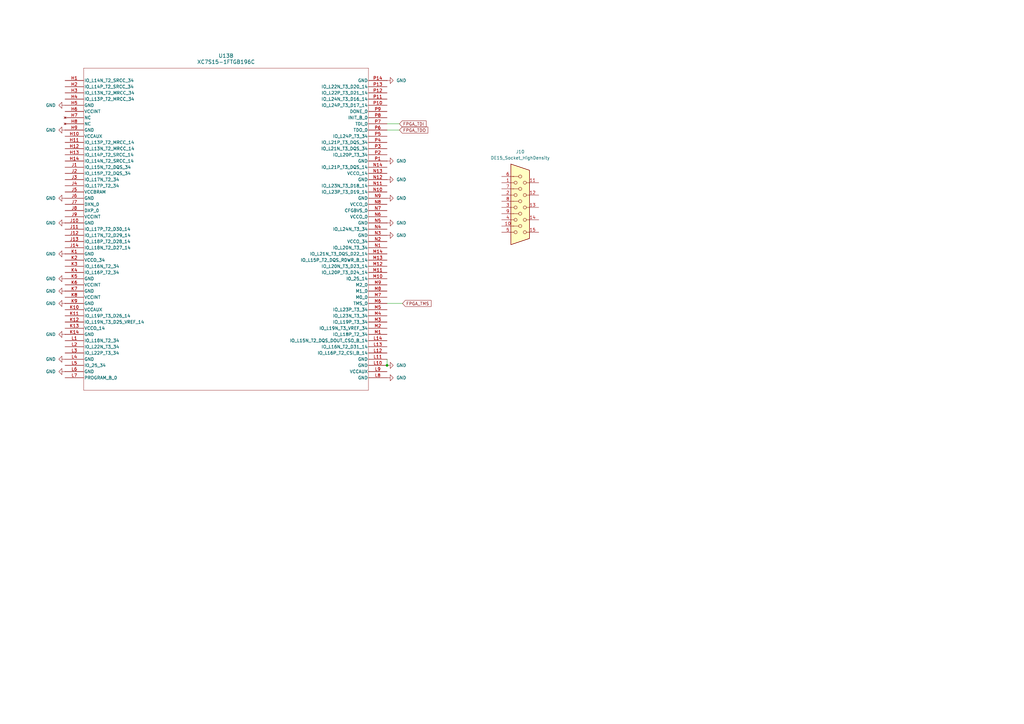
<source format=kicad_sch>
(kicad_sch (version 20250114) (generator "eeschema") (generator_version "9.0")
  (paper "A3")
  (lib_symbols
    (symbol "Connector:DE15_Socket_HighDensity" (pin_names (offset 1.016) (hide yes))
      (property "Reference" "J" (at 0 21.59 0))
      (property "Value" "DE15_Socket_HighDensity" (at 0 19.05 0))
      (symbol "DE15_Socket_HighDensity_0_1"
        (polyline (pts (xy -3.81 17.78) (xy -3.81 -15.24) (xy 3.81 -12.7) (xy 3.81 15.24) (xy -3.81 17.78)) (stroke (width 0.254)) (fill (type background)))
        (polyline (pts (xy -3.175 7.62) (xy -0.635 7.62)))
        (circle (center -1.905 10.16) (radius 0.635))
        (circle (center -1.905 5.08) (radius 0.635))
        (circle (center -1.905 0) (radius 0.635))
        (circle (center -1.905 -5.08) (radius 0.635))
        (circle (center -1.905 -10.16) (radius 0.635))
        (polyline (pts (xy -0.635 12.7) (xy -3.175 12.7)))
        (polyline (pts (xy -0.635 2.54) (xy -3.175 2.54)))
        (polyline (pts (xy -0.635 -2.54) (xy -3.175 -2.54)))
        (polyline (pts (xy -0.635 -7.62) (xy -3.175 -7.62)))
        (circle (center 0 12.7) (radius 0.635))
        (circle (center 0 7.62) (radius 0.635))
        (circle (center 0 2.54) (radius 0.635))
        (circle (center 0 -2.54) (radius 0.635))
        (circle (center 0 -7.62) (radius 0.635))
        (circle (center 1.905 10.16) (radius 0.635))
        (circle (center 1.905 5.08) (radius 0.635))
        (circle (center 1.905 0) (radius 0.635))
        (circle (center 1.905 -5.08) (radius 0.635))
        (circle (center 1.905 -10.16) (radius 0.635))
      )
      (symbol "DE15_Socket_HighDensity_1_1"
        (pin passive line (at -7.62 12.7 0) (length 5.08) (name "~") (number "6"))
        (pin passive line (at -7.62 10.16 0) (length 5.08) (name "~") (number "1"))
        (pin passive line (at -7.62 7.62 0) (length 5.08) (name "~") (number "7"))
        (pin passive line (at -7.62 5.08 0) (length 5.08) (name "~") (number "2"))
        (pin passive line (at -7.62 2.54 0) (length 5.08) (name "~") (number "8"))
        (pin passive line (at -7.62 0 0) (length 5.08) (name "~") (number "3"))
        (pin passive line (at -7.62 -2.54 0) (length 5.08) (name "~") (number "9"))
        (pin passive line (at -7.62 -5.08 0) (length 5.08) (name "~") (number "4"))
        (pin passive line (at -7.62 -7.62 0) (length 5.08) (name "~") (number "10"))
        (pin passive line (at -7.62 -10.16 0) (length 5.08) (name "~") (number "5"))
        (pin passive line (at 7.62 10.16 180) (length 5.08) (name "~") (number "11"))
        (pin passive line (at 7.62 5.08 180) (length 5.08) (name "~") (number "12"))
        (pin passive line (at 7.62 0 180) (length 5.08) (name "~") (number "13"))
        (pin passive line (at 7.62 -5.08 180) (length 5.08) (name "~") (number "14"))
        (pin passive line (at 7.62 -10.16 180) (length 5.08) (name "~") (number "15"))
      )
    )
    (symbol "FPGA&MCU:XC7S15-1FTGB196C" (pin_names (offset 0.254))
      (property "Reference" "U" (at 58.42 10.16 0))
      (property "Value" "XC7S15-1FTGB196C" (at 58.42 7.62 0))
      (symbol "XC7S15-1FTGB196C_1_1"
        (polyline (pts (xy 7.62 5.08) (xy 7.62 -127)) (stroke (width 0.127)))
        (polyline (pts (xy 7.62 -127) (xy 109.22 -127)) (stroke (width 0.127)))
        (polyline (pts (xy 109.22 5.08) (xy 7.62 5.08)) (stroke (width 0.127)))
        (polyline (pts (xy 109.22 -127) (xy 109.22 5.08)) (stroke (width 0.127)))
        (pin power_out line (at 0 0 0) (length 7.62) (name "GND") (number "A1"))
        (pin bidirectional line (at 0 -2.54 0) (length 7.62) (name "IO_L3N_T0_DQS_34") (number "A2"))
        (pin bidirectional line (at 0 -5.08 0) (length 7.62) (name "IO_L2N_T0_34") (number "A3"))
        (pin bidirectional line (at 0 -7.62 0) (length 7.62) (name "IO_L2P_T0_34") (number "A4"))
        (pin bidirectional line (at 0 -10.16 0) (length 7.62) (name "IO_L4N_T0_34") (number "A5"))
        (pin power_out line (at 0 -12.7 0) (length 7.62) (name "GND") (number "A6"))
        (pin input line (at 0 -15.24 0) (length 7.62) (name "TCK_0") (number "A7"))
        (pin bidirectional line (at 0 -17.78 0) (length 7.62) (name "CCLK_0") (number "A8"))
        (pin power_out line (at 0 -20.32 0) (length 7.62) (name "GND") (number "A9"))
        (pin bidirectional line (at 0 -22.86 0) (length 7.62) (name "IO_L3N_T0_DQS_EMCCLK_14") (number "A10"))
        (pin power_out line (at 0 -25.4 0) (length 7.62) (name "GND") (number "A11"))
        (pin bidirectional line (at 0 -27.94 0) (length 7.62) (name "IO_L4P_T0_D04_14") (number "A12"))
        (pin bidirectional line (at 0 -30.48 0) (length 7.62) (name "IO_L4N_T0_D05_14") (number "A13"))
        (pin power_out line (at 0 -33.02 0) (length 7.62) (name "GND") (number "A14"))
        (pin bidirectional line (at 0 -35.56 0) (length 7.62) (name "IO_L5N_T0_34") (number "B1"))
        (pin bidirectional line (at 0 -38.1 0) (length 7.62) (name "IO_L5P_T0_34") (number "B2"))
        (pin bidirectional line (at 0 -40.64 0) (length 7.62) (name "IO_L3P_T0_DQS_34") (number "B3"))
        (pin power_out line (at 0 -43.18 0) (length 7.62) (name "GND") (number "B4"))
        (pin bidirectional line (at 0 -45.72 0) (length 7.62) (name "IO_L4P_T0_34") (number "B5"))
        (pin bidirectional line (at 0 -48.26 0) (length 7.62) (name "IO_0_34") (number "B6"))
        (pin power_out line (at 0 -50.8 0) (length 7.62) (name "GND") (number "B7"))
        (pin no_connect line (at 0 -53.34 0) (length 7.62) (name "NC") (number "B8"))
        (pin power_out line (at 0 -55.88 0) (length 7.62) (name "GND") (number "B9"))
        (pin bidirectional line (at 0 -58.42 0) (length 7.62) (name "IO_L3P_T0_DQS_PUDC_B_14") (number "B10"))
        (pin bidirectional line (at 0 -60.96 0) (length 7.62) (name "IO_L1P_T0_D00_MOSI_14") (number "B11"))
        (pin bidirectional line (at 0 -63.5 0) (length 7.62) (name "IO_L1N_T0_D01_DIN_14") (number "B12"))
        (pin bidirectional line (at 0 -66.04 0) (length 7.62) (name "IO_L5P_T0_D06_14") (number "B13"))
        (pin bidirectional line (at 0 -68.58 0) (length 7.62) (name "IO_L5N_T0_D07_14") (number "B14"))
        (pin bidirectional line (at 0 -71.12 0) (length 7.62) (name "IO_L11N_T1_SRCC_34") (number "C1"))
        (pin power_out line (at 0 -73.66 0) (length 7.62) (name "GND") (number "C2"))
        (pin bidirectional line (at 0 -76.2 0) (length 7.62) (name "IO_L1N_T0_34") (number "C3"))
        (pin bidirectional line (at 0 -78.74 0) (length 7.62) (name "IO_L6N_T0_VREF_34") (number "C4"))
        (pin bidirectional line (at 0 -81.28 0) (length 7.62) (name "IO_L6P_T0_34") (number "C5"))
        (pin power_out line (at 0 -83.82 0) (length 7.62) (name "GND") (number "C6"))
        (pin power_out line (at 0 -86.36 0) (length 7.62) (name "GND") (number "C7"))
        (pin power_out line (at 0 -88.9 0) (length 7.62) (name "GND") (number "C8"))
        (pin power_out line (at 0 -91.44 0) (length 7.62) (name "GND") (number "C9"))
        (pin bidirectional line (at 0 -93.98 0) (length 7.62) (name "IO_L2N_T0_D03_14") (number "C10"))
        (pin bidirectional line (at 0 -96.52 0) (length 7.62) (name "IO_L6P_T0_FCS_B_14") (number "C11"))
        (pin bidirectional line (at 0 -99.06 0) (length 7.62) (name "IO_L6N_T0_D08_VREF_14") (number "C12"))
        (pin power_out line (at 0 -101.6 0) (length 7.62) (name "GND") (number "C13"))
        (pin bidirectional line (at 0 -104.14 0) (length 7.62) (name "IO_L11N_T1_SRCC_14") (number "C14"))
        (pin bidirectional line (at 0 -106.68 0) (length 7.62) (name "IO_L11P_T1_SRCC_34") (number "D1"))
        (pin bidirectional line (at 0 -109.22 0) (length 7.62) (name "IO_L10N_T1_34") (number "D2"))
        (pin bidirectional line (at 0 -111.76 0) (length 7.62) (name "IO_L1P_T0_34") (number "D3"))
        (pin bidirectional line (at 0 -114.3 0) (length 7.62) (name "IO_L7N_T1_34") (number "D4"))
        (pin power_out line (at 0 -116.84 0) (length 7.62) (name "GND") (number "D5"))
        (pin power_in line (at 0 -119.38 0) (length 7.62) (name "VCCINT") (number "D6"))
        (pin power_out line (at 0 -121.92 0) (length 7.62) (name "GND") (number "D7"))
        (pin bidirectional line (at 116.84 0 180) (length 7.62) (name "IO_L9P_T1_DQS_14") (number "G14"))
        (pin power_in line (at 116.84 -2.54 180) (length 7.62) (name "VCCO_14") (number "G13"))
        (pin power_out line (at 116.84 -5.08 180) (length 7.62) (name "GND") (number "G12"))
        (pin bidirectional line (at 116.84 -7.62 180) (length 7.62) (name "IO_L12P_T1_MRCC_14") (number "G11"))
        (pin power_out line (at 116.84 -10.16 180) (length 7.62) (name "GND") (number "G10"))
        (pin power_in line (at 116.84 -12.7 180) (length 7.62) (name "VCCINT") (number "G9"))
        (pin no_connect line (at 116.84 -15.24 180) (length 7.62) (name "NC") (number "G8"))
        (pin no_connect line (at 116.84 -17.78 180) (length 7.62) (name "NC") (number "G7"))
        (pin power_out line (at 116.84 -20.32 180) (length 7.62) (name "GND") (number "G6"))
        (pin power_in line (at 116.84 -22.86 180) (length 7.62) (name "VCCBRAM") (number "G5"))
        (pin bidirectional line (at 116.84 -25.4 180) (length 7.62) (name "IO_L12P_T1_MRCC_34") (number "G4"))
        (pin power_out line (at 116.84 -27.94 180) (length 7.62) (name "GND") (number "G3"))
        (pin power_in line (at 116.84 -30.48 180) (length 7.62) (name "VCCO_34") (number "G2"))
        (pin bidirectional line (at 116.84 -33.02 180) (length 7.62) (name "IO_L9P_T1_DQS_34") (number "G1"))
        (pin bidirectional line (at 116.84 -35.56 180) (length 7.62) (name "IO_L9N_T1_DQS_D13_14") (number "F14"))
        (pin bidirectional line (at 116.84 -38.1 180) (length 7.62) (name "IO_L10P_T1_D14_14") (number "F13"))
        (pin bidirectional line (at 116.84 -40.64 180) (length 7.62) (name "IO_L7P_T1_D09_14") (number "F12"))
        (pin bidirectional line (at 116.84 -43.18 180) (length 7.62) (name "IO_L12N_T1_MRCC_14") (number "F11"))
        (pin power_in line (at 116.84 -45.72 180) (length 7.62) (name "VCCAUX") (number "F10"))
        (pin power_out line (at 116.84 -48.26 180) (length 7.62) (name "GND") (number "F9"))
        (pin no_connect line (at 116.84 -50.8 180) (length 7.62) (name "NC") (number "F8"))
        (pin no_connect line (at 116.84 -53.34 180) (length 7.62) (name "NC") (number "F7"))
        (pin power_in line (at 116.84 -55.88 180) (length 7.62) (name "VCCINT") (number "F6"))
        (pin power_out line (at 116.84 -58.42 180) (length 7.62) (name "GND") (number "F5"))
        (pin bidirectional line (at 116.84 -60.96 180) (length 7.62) (name "IO_L12N_T1_MRCC_34") (number "F4"))
        (pin bidirectional line (at 116.84 -63.5 180) (length 7.62) (name "IO_L8P_T1_34") (number "F3"))
        (pin bidirectional line (at 116.84 -66.04 180) (length 7.62) (name "IO_L8N_T1_34") (number "F2"))
        (pin bidirectional line (at 116.84 -68.58 180) (length 7.62) (name "IO_L9N_T1_DQS_34") (number "F1"))
        (pin power_out line (at 116.84 -71.12 180) (length 7.62) (name "GND") (number "E14"))
        (pin bidirectional line (at 116.84 -73.66 180) (length 7.62) (name "IO_L10N_T1_D15_14") (number "E13"))
        (pin bidirectional line (at 116.84 -76.2 180) (length 7.62) (name "IO_L7N_T1_D10_14") (number "E12"))
        (pin bidirectional line (at 116.84 -78.74 180) (length 7.62) (name "IO_0_14") (number "E11"))
        (pin power_out line (at 116.84 -81.28 180) (length 7.62) (name "GND") (number "E10"))
        (pin power_in line (at 116.84 -83.82 180) (length 7.62) (name "VCCINT") (number "E9"))
        (pin power_out line (at 116.84 -86.36 180) (length 7.62) (name "GND") (number "E8"))
        (pin power_in line (at 116.84 -88.9 180) (length 7.62) (name "VCCINT") (number "E7"))
        (pin power_out line (at 116.84 -91.44 180) (length 7.62) (name "GND") (number "E6"))
        (pin power_in line (at 116.84 -93.98 180) (length 7.62) (name "VCCBRAM") (number "E5"))
        (pin bidirectional line (at 116.84 -96.52 180) (length 7.62) (name "IO_L7P_T1_34") (number "E4"))
        (pin power_out line (at 116.84 -99.06 180) (length 7.62) (name "GND") (number "E3"))
        (pin bidirectional line (at 116.84 -101.6 180) (length 7.62) (name "IO_L10P_T1_34") (number "E2"))
        (pin power_out line (at 116.84 -104.14 180) (length 7.62) (name "GND") (number "E1"))
        (pin bidirectional line (at 116.84 -106.68 180) (length 7.62) (name "IO_L11P_T1_SRCC_14") (number "D14"))
        (pin bidirectional line (at 116.84 -109.22 180) (length 7.62) (name "IO_L8N_T1_D12_14") (number "D13"))
        (pin bidirectional line (at 116.84 -111.76 180) (length 7.62) (name "IO_L8P_T1_D11_14") (number "D12"))
        (pin power_out line (at 116.84 -114.3 180) (length 7.62) (name "GND") (number "D11"))
        (pin bidirectional line (at 116.84 -116.84 180) (length 7.62) (name "IO_L2P_T0_D02_14") (number "D10"))
        (pin power_out line (at 116.84 -119.38 180) (length 7.62) (name "GND") (number "D9"))
        (pin power_in line (at 116.84 -121.92 180) (length 7.62) (name "VCCINT") (number "D8"))
      )
      (symbol "XC7S15-1FTGB196C_2_1"
        (polyline (pts (xy 7.62 5.08) (xy 7.62 -127)) (stroke (width 0.127)))
        (polyline (pts (xy 7.62 -127) (xy 124.46 -127)) (stroke (width 0.127)))
        (polyline (pts (xy 124.46 5.08) (xy 7.62 5.08)) (stroke (width 0.127)))
        (polyline (pts (xy 124.46 -127) (xy 124.46 5.08)) (stroke (width 0.127)))
        (pin bidirectional line (at 0 0 0) (length 7.62) (name "IO_L14N_T2_SRCC_34") (number "H1"))
        (pin bidirectional line (at 0 -2.54 0) (length 7.62) (name "IO_L14P_T2_SRCC_34") (number "H2"))
        (pin bidirectional line (at 0 -5.08 0) (length 7.62) (name "IO_L13N_T2_MRCC_34") (number "H3"))
        (pin bidirectional line (at 0 -7.62 0) (length 7.62) (name "IO_L13P_T2_MRCC_34") (number "H4"))
        (pin power_out line (at 0 -10.16 0) (length 7.62) (name "GND") (number "H5"))
        (pin power_in line (at 0 -12.7 0) (length 7.62) (name "VCCINT") (number "H6"))
        (pin no_connect line (at 0 -15.24 0) (length 7.62) (name "NC") (number "H7"))
        (pin no_connect line (at 0 -17.78 0) (length 7.62) (name "NC") (number "H8"))
        (pin power_out line (at 0 -20.32 0) (length 7.62) (name "GND") (number "H9"))
        (pin power_in line (at 0 -22.86 0) (length 7.62) (name "VCCAUX") (number "H10"))
        (pin bidirectional line (at 0 -25.4 0) (length 7.62) (name "IO_L13P_T2_MRCC_14") (number "H11"))
        (pin bidirectional line (at 0 -27.94 0) (length 7.62) (name "IO_L13N_T2_MRCC_14") (number "H12"))
        (pin bidirectional line (at 0 -30.48 0) (length 7.62) (name "IO_L14P_T2_SRCC_14") (number "H13"))
        (pin bidirectional line (at 0 -33.02 0) (length 7.62) (name "IO_L14N_T2_SRCC_14") (number "H14"))
        (pin bidirectional line (at 0 -35.56 0) (length 7.62) (name "IO_L15N_T2_DQS_34") (number "J1"))
        (pin bidirectional line (at 0 -38.1 0) (length 7.62) (name "IO_L15P_T2_DQS_34") (number "J2"))
        (pin bidirectional line (at 0 -40.64 0) (length 7.62) (name "IO_L17N_T2_34") (number "J3"))
        (pin bidirectional line (at 0 -43.18 0) (length 7.62) (name "IO_L17P_T2_34") (number "J4"))
        (pin power_in line (at 0 -45.72 0) (length 7.62) (name "VCCBRAM") (number "J5"))
        (pin power_out line (at 0 -48.26 0) (length 7.62) (name "GND") (number "J6"))
        (pin unspecified line (at 0 -50.8 0) (length 7.62) (name "DXN_0") (number "J7"))
        (pin unspecified line (at 0 -53.34 0) (length 7.62) (name "DXP_0") (number "J8"))
        (pin power_in line (at 0 -55.88 0) (length 7.62) (name "VCCINT") (number "J9"))
        (pin power_out line (at 0 -58.42 0) (length 7.62) (name "GND") (number "J10"))
        (pin bidirectional line (at 0 -60.96 0) (length 7.62) (name "IO_L17P_T2_D30_14") (number "J11"))
        (pin bidirectional line (at 0 -63.5 0) (length 7.62) (name "IO_L17N_T2_D29_14") (number "J12"))
        (pin bidirectional line (at 0 -66.04 0) (length 7.62) (name "IO_L18P_T2_D28_14") (number "J13"))
        (pin bidirectional line (at 0 -68.58 0) (length 7.62) (name "IO_L18N_T2_D27_14") (number "J14"))
        (pin power_out line (at 0 -71.12 0) (length 7.62) (name "GND") (number "K1"))
        (pin power_in line (at 0 -73.66 0) (length 7.62) (name "VCCO_34") (number "K2"))
        (pin bidirectional line (at 0 -76.2 0) (length 7.62) (name "IO_L16N_T2_34") (number "K3"))
        (pin bidirectional line (at 0 -78.74 0) (length 7.62) (name "IO_L16P_T2_34") (number "K4"))
        (pin power_out line (at 0 -81.28 0) (length 7.62) (name "GND") (number "K5"))
        (pin power_in line (at 0 -83.82 0) (length 7.62) (name "VCCINT") (number "K6"))
        (pin power_out line (at 0 -86.36 0) (length 7.62) (name "GND") (number "K7"))
        (pin power_in line (at 0 -88.9 0) (length 7.62) (name "VCCINT") (number "K8"))
        (pin power_out line (at 0 -91.44 0) (length 7.62) (name "GND") (number "K9"))
        (pin power_in line (at 0 -93.98 0) (length 7.62) (name "VCCAUX") (number "K10"))
        (pin bidirectional line (at 0 -96.52 0) (length 7.62) (name "IO_L19P_T3_D26_14") (number "K11"))
        (pin bidirectional line (at 0 -99.06 0) (length 7.62) (name "IO_L19N_T3_D25_VREF_14") (number "K12"))
        (pin power_in line (at 0 -101.6 0) (length 7.62) (name "VCCO_14") (number "K13"))
        (pin power_out line (at 0 -104.14 0) (length 7.62) (name "GND") (number "K14"))
        (pin bidirectional line (at 0 -106.68 0) (length 7.62) (name "IO_L18N_T2_34") (number "L1"))
        (pin bidirectional line (at 0 -109.22 0) (length 7.62) (name "IO_L22N_T3_34") (number "L2"))
        (pin bidirectional line (at 0 -111.76 0) (length 7.62) (name "IO_L22P_T3_34") (number "L3"))
        (pin power_out line (at 0 -114.3 0) (length 7.62) (name "GND") (number "L4"))
        (pin bidirectional line (at 0 -116.84 0) (length 7.62) (name "IO_25_34") (number "L5"))
        (pin power_out line (at 0 -119.38 0) (length 7.62) (name "GND") (number "L6"))
        (pin input line (at 0 -121.92 0) (length 7.62) (name "PROGRAM_B_0") (number "L7"))
        (pin power_out line (at 132.08 0 180) (length 7.62) (name "GND") (number "P14"))
        (pin bidirectional line (at 132.08 -2.54 180) (length 7.62) (name "IO_L22N_T3_D20_14") (number "P13"))
        (pin bidirectional line (at 132.08 -5.08 180) (length 7.62) (name "IO_L22P_T3_D21_14") (number "P12"))
        (pin bidirectional line (at 132.08 -7.62 180) (length 7.62) (name "IO_L24N_T3_D16_14") (number "P11"))
        (pin bidirectional line (at 132.08 -10.16 180) (length 7.62) (name "IO_L24P_T3_D17_14") (number "P10"))
        (pin bidirectional line (at 132.08 -12.7 180) (length 7.62) (name "DONE_0") (number "P9"))
        (pin bidirectional line (at 132.08 -15.24 180) (length 7.62) (name "INIT_B_0") (number "P8"))
        (pin input line (at 132.08 -17.78 180) (length 7.62) (name "TDI_0") (number "P7"))
        (pin output line (at 132.08 -20.32 180) (length 7.62) (name "TDO_0") (number "P6"))
        (pin bidirectional line (at 132.08 -22.86 180) (length 7.62) (name "IO_L24P_T3_34") (number "P5"))
        (pin bidirectional line (at 132.08 -25.4 180) (length 7.62) (name "IO_L21P_T3_DQS_34") (number "P4"))
        (pin bidirectional line (at 132.08 -27.94 180) (length 7.62) (name "IO_L21N_T3_DQS_34") (number "P3"))
        (pin bidirectional line (at 132.08 -30.48 180) (length 7.62) (name "IO_L20P_T3_34") (number "P2"))
        (pin power_out line (at 132.08 -33.02 180) (length 7.62) (name "GND") (number "P1"))
        (pin bidirectional line (at 132.08 -35.56 180) (length 7.62) (name "IO_L21P_T3_DQS_14") (number "N14"))
        (pin power_in line (at 132.08 -38.1 180) (length 7.62) (name "VCCO_14") (number "N13"))
        (pin power_out line (at 132.08 -40.64 180) (length 7.62) (name "GND") (number "N12"))
        (pin bidirectional line (at 132.08 -43.18 180) (length 7.62) (name "IO_L23N_T3_D18_14") (number "N11"))
        (pin bidirectional line (at 132.08 -45.72 180) (length 7.62) (name "IO_L23P_T3_D19_14") (number "N10"))
        (pin power_out line (at 132.08 -48.26 180) (length 7.62) (name "GND") (number "N9"))
        (pin power_in line (at 132.08 -50.8 180) (length 7.62) (name "VCCO_0") (number "N8"))
        (pin input line (at 132.08 -53.34 180) (length 7.62) (name "CFGBVS_0") (number "N7"))
        (pin power_in line (at 132.08 -55.88 180) (length 7.62) (name "VCCO_0") (number "N6"))
        (pin power_out line (at 132.08 -58.42 180) (length 7.62) (name "GND") (number "N5"))
        (pin bidirectional line (at 132.08 -60.96 180) (length 7.62) (name "IO_L24N_T3_34") (number "N4"))
        (pin power_out line (at 132.08 -63.5 180) (length 7.62) (name "GND") (number "N3"))
        (pin power_in line (at 132.08 -66.04 180) (length 7.62) (name "VCCO_34") (number "N2"))
        (pin bidirectional line (at 132.08 -68.58 180) (length 7.62) (name "IO_L20N_T3_34") (number "N1"))
        (pin bidirectional line (at 132.08 -71.12 180) (length 7.62) (name "IO_L21N_T3_DQS_D22_14") (number "M14"))
        (pin bidirectional line (at 132.08 -73.66 180) (length 7.62) (name "IO_L15P_T2_DQS_RDWR_B_14") (number "M13"))
        (pin bidirectional line (at 132.08 -76.2 180) (length 7.62) (name "IO_L20N_T3_D23_14") (number "M12"))
        (pin bidirectional line (at 132.08 -78.74 180) (length 7.62) (name "IO_L20P_T3_D24_14") (number "M11"))
        (pin bidirectional line (at 132.08 -81.28 180) (length 7.62) (name "IO_25_14") (number "M10"))
        (pin input line (at 132.08 -83.82 180) (length 7.62) (name "M2_0") (number "M9"))
        (pin input line (at 132.08 -86.36 180) (length 7.62) (name "M1_0") (number "M8"))
        (pin input line (at 132.08 -88.9 180) (length 7.62) (name "M0_0") (number "M7"))
        (pin input line (at 132.08 -91.44 180) (length 7.62) (name "TMS_0") (number "M6"))
        (pin bidirectional line (at 132.08 -93.98 180) (length 7.62) (name "IO_L23P_T3_34") (number "M5"))
        (pin bidirectional line (at 132.08 -96.52 180) (length 7.62) (name "IO_L23N_T3_34") (number "M4"))
        (pin bidirectional line (at 132.08 -99.06 180) (length 7.62) (name "IO_L19P_T3_34") (number "M3"))
        (pin bidirectional line (at 132.08 -101.6 180) (length 7.62) (name "IO_L19N_T3_VREF_34") (number "M2"))
        (pin bidirectional line (at 132.08 -104.14 180) (length 7.62) (name "IO_L18P_T2_34") (number "M1"))
        (pin bidirectional line (at 132.08 -106.68 180) (length 7.62) (name "IO_L15N_T2_DQS_DOUT_CSO_B_14") (number "L14"))
        (pin bidirectional line (at 132.08 -109.22 180) (length 7.62) (name "IO_L16N_T2_D31_14") (number "L13"))
        (pin bidirectional line (at 132.08 -111.76 180) (length 7.62) (name "IO_L16P_T2_CSI_B_14") (number "L12"))
        (pin power_out line (at 132.08 -114.3 180) (length 7.62) (name "GND") (number "L11"))
        (pin power_out line (at 132.08 -116.84 180) (length 7.62) (name "GND") (number "L10"))
        (pin power_in line (at 132.08 -119.38 180) (length 7.62) (name "VCCAUX") (number "L9"))
        (pin power_out line (at 132.08 -121.92 180) (length 7.62) (name "GND") (number "L8"))
      )
    )
    (symbol "power:GND" (power) (pin_numbers (hide yes)) (pin_names (offset 0) (hide yes))
      (property "Value" "GND" (at 0 -3.81 0))
      (symbol "GND_0_1"
        (polyline (pts (xy 0 0) (xy 0 -1.27) (xy 1.27 -1.27) (xy 0 -2.54) (xy -1.27 -1.27) (xy 0 -1.27)))
      )
      (symbol "GND_1_1"
        (pin power_in line (at 0 0 270) (length 0) (name "~") (number "1"))
      )
    )
  )
  (junction (at 158.75 149.86))
  (wire (pts (xy 158.75 147.32) (xy 158.75 149.86)))
  (wire (pts (xy 158.75 50.8) (xy 163.83 50.8)))
  (wire (pts (xy 158.75 53.34) (xy 163.83 53.34)))
  (wire (pts (xy 158.75 124.46) (xy 165.1 124.46)))
  (global_label "FPGA_TMS" (shape input) (at 165.1 124.46 0) (property "Intersheetrefs" "${INTERSHEET_REFS}" (effects (hide yes))))
  (global_label "FPGA_TDI" (shape input) (at 163.83 50.8 0) (property "Intersheetrefs" "${INTERSHEET_REFS}" (effects (hide yes))))
  (global_label "FPGA_TDO" (shape input) (at 163.83 53.34 0) (property "Intersheetrefs" "${INTERSHEET_REFS}" (effects (hide yes))))
  (symbol (lib_id "power:GND") (at 158.75 66.04 90) (unit 1)
    (property "Reference" "#PWR065" (effects (hide yes)))
    (property "Value" "GND" (at 162.56 66.0399 90) (effects (justify right)))
    (property "Description" "Power symbol creates a global label with name \"GND\" , ground" (effects (hide yes)))
  )
  (symbol (lib_id "power:GND") (at 26.67 137.16 270) (unit 1)
    (property "Reference" "#PWR056" (effects (hide yes)))
    (property "Value" "GND" (at 22.86 137.1599 90) (effects (justify right)))
    (property "Description" "Power symbol creates a global label with name \"GND\" , ground" (effects (hide yes)))
  )
  (symbol (lib_id "power:GND") (at 26.67 53.34 270) (unit 1)
    (property "Reference" "#PWR049" (effects (hide yes)))
    (property "Value" "GND" (at 22.86 53.3399 90) (effects (justify right)))
    (property "Description" "Power symbol creates a global label with name \"GND\" , ground" (effects (hide yes)))
  )
  (symbol (lib_id "power:GND") (at 26.67 91.44 270) (unit 1)
    (property "Reference" "#PWR051" (effects (hide yes)))
    (property "Value" "GND" (at 22.86 91.4399 90) (effects (justify right)))
    (property "Description" "Power symbol creates a global label with name \"GND\" , ground" (effects (hide yes)))
  )
  (symbol (lib_id "power:GND") (at 158.75 154.94 90) (unit 1)
    (property "Reference" "#PWR060" (effects (hide yes)))
    (property "Value" "GND" (at 162.56 154.9399 90) (effects (justify right)))
    (property "Description" "Power symbol creates a global label with name \"GND\" , ground" (effects (hide yes)))
  )
  (symbol (lib_id "power:GND") (at 26.67 124.46 270) (unit 1)
    (property "Reference" "#PWR054" (effects (hide yes)))
    (property "Value" "GND" (at 22.86 124.4599 90) (effects (justify right)))
    (property "Description" "Power symbol creates a global label with name \"GND\" , ground" (effects (hide yes)))
  )
  (symbol (lib_id "power:GND") (at 26.67 119.38 270) (unit 1)
    (property "Reference" "#PWR055" (effects (hide yes)))
    (property "Value" "GND" (at 22.86 119.3799 90) (effects (justify right)))
    (property "Description" "Power symbol creates a global label with name \"GND\" , ground" (effects (hide yes)))
  )
  (symbol (lib_id "power:GND") (at 26.67 152.4 270) (unit 1)
    (property "Reference" "#PWR058" (effects (hide yes)))
    (property "Value" "GND" (at 22.86 152.3999 90) (effects (justify right)))
    (property "Description" "Power symbol creates a global label with name \"GND\" , ground" (effects (hide yes)))
  )
  (symbol (lib_id "FPGA&MCU:XC7S15-1FTGB196C") (at 26.67 33.02 0) (unit 2)
    (property "Reference" "U13" (at 92.71 22.86 0) (effects (font (size 1.524 1.524))))
    (property "Value" "XC7S15-1FTGB196C" (at 92.71 25.4 0) (effects (font (size 1.524 1.524))))
    (property "Footprint" "FPGA&MCU:XC7S15_FTGB196_AMD" (effects (hide yes)))
    (property "Datasheet" "XC7S15-1FTGB196C" (effects (hide yes)))
  )
  (symbol (lib_id "power:GND") (at 158.75 33.02 90) (unit 1)
    (property "Reference" "#PWR066" (effects (hide yes)))
    (property "Value" "GND" (at 162.56 33.0199 90) (effects (justify right)))
    (property "Description" "Power symbol creates a global label with name \"GND\" , ground" (effects (hide yes)))
  )
  (symbol (lib_id "power:GND") (at 26.67 81.28 270) (unit 1)
    (property "Reference" "#PWR050" (effects (hide yes)))
    (property "Value" "GND" (at 22.86 81.2799 90) (effects (justify right)))
    (property "Description" "Power symbol creates a global label with name \"GND\" , ground" (effects (hide yes)))
  )
  (symbol (lib_id "power:GND") (at 26.67 104.14 270) (unit 1)
    (property "Reference" "#PWR052" (effects (hide yes)))
    (property "Value" "GND" (at 22.86 104.1399 90) (effects (justify right)))
    (property "Description" "Power symbol creates a global label with name \"GND\" , ground" (effects (hide yes)))
  )
  (symbol (lib_id "power:GND") (at 158.75 149.86 90) (unit 1)
    (property "Reference" "#PWR059" (effects (hide yes)))
    (property "Value" "GND" (at 162.56 149.8599 90) (effects (justify right)))
    (property "Description" "Power symbol creates a global label with name \"GND\" , ground" (effects (hide yes)))
  )
  (symbol (lib_id "power:GND") (at 158.75 96.52 90) (unit 1)
    (property "Reference" "#PWR061" (effects (hide yes)))
    (property "Value" "GND" (at 162.56 96.5199 90) (effects (justify right)))
    (property "Description" "Power symbol creates a global label with name \"GND\" , ground" (effects (hide yes)))
  )
  (symbol (lib_id "power:GND") (at 158.75 81.28 90) (unit 1)
    (property "Reference" "#PWR063" (effects (hide yes)))
    (property "Value" "GND" (at 162.56 81.2799 90) (effects (justify right)))
    (property "Description" "Power symbol creates a global label with name \"GND\" , ground" (effects (hide yes)))
  )
  (symbol (lib_id "power:GND") (at 26.67 147.32 270) (unit 1)
    (property "Reference" "#PWR057" (effects (hide yes)))
    (property "Value" "GND" (at 22.86 147.3199 90) (effects (justify right)))
    (property "Description" "Power symbol creates a global label with name \"GND\" , ground" (effects (hide yes)))
  )
  (symbol (lib_id "Connector:DE15_Socket_HighDensity") (at 213.36 85.09 0) (unit 1)
    (property "Reference" "J10" (at 213.36 62.23 0))
    (property "Value" "DE15_Socket_HighDensity" (at 213.36 64.77 0))
    (property "Description" "15-pin D-SUB connector, socket (female), High density (3 columns), Triple Row, Generic, VGA-connector" (effects (hide yes)))
  )
  (symbol (lib_id "power:GND") (at 158.75 91.44 90) (unit 1)
    (property "Reference" "#PWR062" (effects (hide yes)))
    (property "Value" "GND" (at 162.56 91.4399 90) (effects (justify right)))
    (property "Description" "Power symbol creates a global label with name \"GND\" , ground" (effects (hide yes)))
  )
  (symbol (lib_id "power:GND") (at 158.75 73.66 90) (unit 1)
    (property "Reference" "#PWR064" (effects (hide yes)))
    (property "Value" "GND" (at 162.56 73.6599 90) (effects (justify right)))
    (property "Description" "Power symbol creates a global label with name \"GND\" , ground" (effects (hide yes)))
  )
  (symbol (lib_id "power:GND") (at 26.67 114.3 270) (unit 1)
    (property "Reference" "#PWR053" (effects (hide yes)))
    (property "Value" "GND" (at 22.86 114.2999 90) (effects (justify right)))
    (property "Description" "Power symbol creates a global label with name \"GND\" , ground" (effects (hide yes)))
  )
  (symbol (lib_id "power:GND") (at 26.67 43.18 270) (unit 1)
    (property "Reference" "#PWR048" (effects (hide yes)))
    (property "Value" "GND" (at 22.86 43.1799 90) (effects (justify right)))
    (property "Description" "Power symbol creates a global label with name \"GND\" , ground" (effects (hide yes)))
  )
)
</source>
